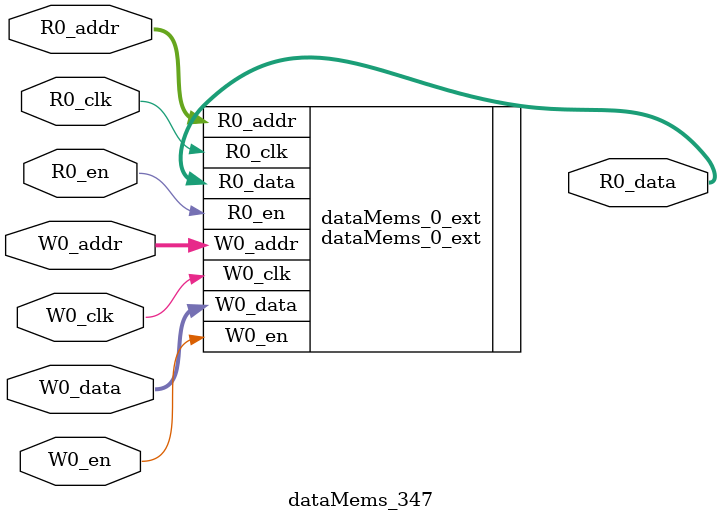
<source format=sv>
`ifndef RANDOMIZE
  `ifdef RANDOMIZE_REG_INIT
    `define RANDOMIZE
  `endif // RANDOMIZE_REG_INIT
`endif // not def RANDOMIZE
`ifndef RANDOMIZE
  `ifdef RANDOMIZE_MEM_INIT
    `define RANDOMIZE
  `endif // RANDOMIZE_MEM_INIT
`endif // not def RANDOMIZE

`ifndef RANDOM
  `define RANDOM $random
`endif // not def RANDOM

// Users can define 'PRINTF_COND' to add an extra gate to prints.
`ifndef PRINTF_COND_
  `ifdef PRINTF_COND
    `define PRINTF_COND_ (`PRINTF_COND)
  `else  // PRINTF_COND
    `define PRINTF_COND_ 1
  `endif // PRINTF_COND
`endif // not def PRINTF_COND_

// Users can define 'ASSERT_VERBOSE_COND' to add an extra gate to assert error printing.
`ifndef ASSERT_VERBOSE_COND_
  `ifdef ASSERT_VERBOSE_COND
    `define ASSERT_VERBOSE_COND_ (`ASSERT_VERBOSE_COND)
  `else  // ASSERT_VERBOSE_COND
    `define ASSERT_VERBOSE_COND_ 1
  `endif // ASSERT_VERBOSE_COND
`endif // not def ASSERT_VERBOSE_COND_

// Users can define 'STOP_COND' to add an extra gate to stop conditions.
`ifndef STOP_COND_
  `ifdef STOP_COND
    `define STOP_COND_ (`STOP_COND)
  `else  // STOP_COND
    `define STOP_COND_ 1
  `endif // STOP_COND
`endif // not def STOP_COND_

// Users can define INIT_RANDOM as general code that gets injected into the
// initializer block for modules with registers.
`ifndef INIT_RANDOM
  `define INIT_RANDOM
`endif // not def INIT_RANDOM

// If using random initialization, you can also define RANDOMIZE_DELAY to
// customize the delay used, otherwise 0.002 is used.
`ifndef RANDOMIZE_DELAY
  `define RANDOMIZE_DELAY 0.002
`endif // not def RANDOMIZE_DELAY

// Define INIT_RANDOM_PROLOG_ for use in our modules below.
`ifndef INIT_RANDOM_PROLOG_
  `ifdef RANDOMIZE
    `ifdef VERILATOR
      `define INIT_RANDOM_PROLOG_ `INIT_RANDOM
    `else  // VERILATOR
      `define INIT_RANDOM_PROLOG_ `INIT_RANDOM #`RANDOMIZE_DELAY begin end
    `endif // VERILATOR
  `else  // RANDOMIZE
    `define INIT_RANDOM_PROLOG_
  `endif // RANDOMIZE
`endif // not def INIT_RANDOM_PROLOG_

// Include register initializers in init blocks unless synthesis is set
`ifndef SYNTHESIS
  `ifndef ENABLE_INITIAL_REG_
    `define ENABLE_INITIAL_REG_
  `endif // not def ENABLE_INITIAL_REG_
`endif // not def SYNTHESIS

// Include rmemory initializers in init blocks unless synthesis is set
`ifndef SYNTHESIS
  `ifndef ENABLE_INITIAL_MEM_
    `define ENABLE_INITIAL_MEM_
  `endif // not def ENABLE_INITIAL_MEM_
`endif // not def SYNTHESIS

module dataMems_347(	// @[generators/ara/src/main/scala/UnsafeAXI4ToTL.scala:365:62]
  input  [4:0]  R0_addr,
  input         R0_en,
  input         R0_clk,
  output [66:0] R0_data,
  input  [4:0]  W0_addr,
  input         W0_en,
  input         W0_clk,
  input  [66:0] W0_data
);

  dataMems_0_ext dataMems_0_ext (	// @[generators/ara/src/main/scala/UnsafeAXI4ToTL.scala:365:62]
    .R0_addr (R0_addr),
    .R0_en   (R0_en),
    .R0_clk  (R0_clk),
    .R0_data (R0_data),
    .W0_addr (W0_addr),
    .W0_en   (W0_en),
    .W0_clk  (W0_clk),
    .W0_data (W0_data)
  );
endmodule


</source>
